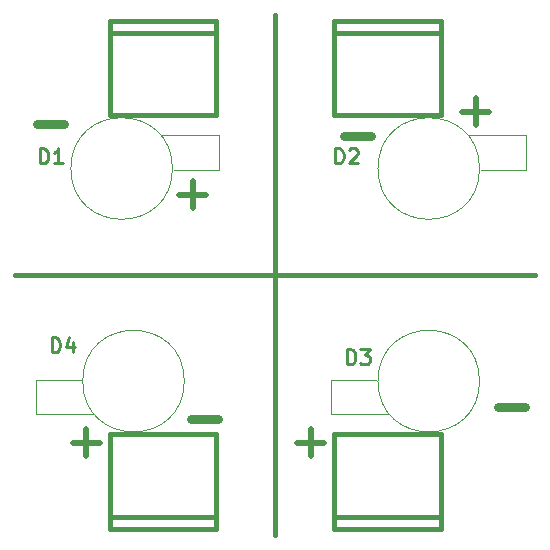
<source format=gbr>
G04 #@! TF.FileFunction,Legend,Top*
%FSLAX46Y46*%
G04 Gerber Fmt 4.6, Leading zero omitted, Abs format (unit mm)*
G04 Created by KiCad (PCBNEW 4.0.5) date 03/12/17 12:42:56*
%MOMM*%
%LPD*%
G01*
G04 APERTURE LIST*
%ADD10C,0.150000*%
%ADD11C,0.500000*%
%ADD12C,0.750000*%
%ADD13C,0.381000*%
%ADD14C,0.120000*%
%ADD15C,0.254000*%
G04 APERTURE END LIST*
D10*
D11*
X178857143Y-116214286D02*
X181142857Y-116214286D01*
X180000000Y-117357143D02*
X180000000Y-115071429D01*
D12*
X195857143Y-113214286D02*
X198142857Y-113214286D01*
D13*
X177000000Y-124000000D02*
X177000000Y-80000000D01*
X155000000Y-102000000D02*
X199000000Y-102000000D01*
D12*
X169857143Y-114214286D02*
X172142857Y-114214286D01*
D11*
X159857143Y-116214286D02*
X162142857Y-116214286D01*
X161000000Y-117357143D02*
X161000000Y-115071429D01*
X192857143Y-88214286D02*
X195142857Y-88214286D01*
X194000000Y-89357143D02*
X194000000Y-87071429D01*
D12*
X182857143Y-90214286D02*
X185142857Y-90214286D01*
D11*
X168857143Y-95214286D02*
X171142857Y-95214286D01*
X170000000Y-96357143D02*
X170000000Y-94071429D01*
D12*
X156857143Y-89214286D02*
X159142857Y-89214286D01*
D14*
X172255000Y-90206000D02*
X167429000Y-90206000D01*
X172255000Y-93127000D02*
X172255000Y-90206000D01*
X168445000Y-93127000D02*
X172255000Y-93127000D01*
X168300000Y-93000000D02*
G75*
G03X168300000Y-93000000I-4300000J0D01*
G01*
X198255000Y-90206000D02*
X193429000Y-90206000D01*
X198255000Y-93127000D02*
X198255000Y-90206000D01*
X194445000Y-93127000D02*
X198255000Y-93127000D01*
X194300000Y-93000000D02*
G75*
G03X194300000Y-93000000I-4300000J0D01*
G01*
X181745000Y-113794000D02*
X186571000Y-113794000D01*
X181745000Y-110873000D02*
X181745000Y-113794000D01*
X185555000Y-110873000D02*
X181745000Y-110873000D01*
X194300000Y-111000000D02*
G75*
G03X194300000Y-111000000I-4300000J0D01*
G01*
X156745000Y-113794000D02*
X161571000Y-113794000D01*
X156745000Y-110873000D02*
X156745000Y-113794000D01*
X160555000Y-110873000D02*
X156745000Y-110873000D01*
X169300000Y-111000000D02*
G75*
G03X169300000Y-111000000I-4300000J0D01*
G01*
D13*
X182000000Y-80500000D02*
X182000000Y-88500000D01*
X191000000Y-80500000D02*
X191000000Y-88500000D01*
X182000000Y-88500000D02*
X191000000Y-88500000D01*
X182000000Y-81500000D02*
X191000000Y-81500000D01*
X182000000Y-80500000D02*
X191000000Y-80500000D01*
X191000000Y-123500000D02*
X191000000Y-115500000D01*
X182000000Y-123500000D02*
X182000000Y-115500000D01*
X191000000Y-115500000D02*
X182000000Y-115500000D01*
X191000000Y-122500000D02*
X182000000Y-122500000D01*
X191000000Y-123500000D02*
X182000000Y-123500000D01*
X172000000Y-123500000D02*
X172000000Y-115500000D01*
X163000000Y-123500000D02*
X163000000Y-115500000D01*
X172000000Y-115500000D02*
X163000000Y-115500000D01*
X172000000Y-122500000D02*
X163000000Y-122500000D01*
X172000000Y-123500000D02*
X163000000Y-123500000D01*
X163000000Y-80500000D02*
X163000000Y-88500000D01*
X172000000Y-80500000D02*
X172000000Y-88500000D01*
X163000000Y-88500000D02*
X172000000Y-88500000D01*
X163000000Y-81500000D02*
X172000000Y-81500000D01*
X163000000Y-80500000D02*
X172000000Y-80500000D01*
D15*
X157062619Y-92574524D02*
X157062619Y-91304524D01*
X157365000Y-91304524D01*
X157546428Y-91365000D01*
X157667381Y-91485952D01*
X157727857Y-91606905D01*
X157788333Y-91848810D01*
X157788333Y-92030238D01*
X157727857Y-92272143D01*
X157667381Y-92393095D01*
X157546428Y-92514048D01*
X157365000Y-92574524D01*
X157062619Y-92574524D01*
X158997857Y-92574524D02*
X158272143Y-92574524D01*
X158635000Y-92574524D02*
X158635000Y-91304524D01*
X158514048Y-91485952D01*
X158393095Y-91606905D01*
X158272143Y-91667381D01*
X182062619Y-92574524D02*
X182062619Y-91304524D01*
X182365000Y-91304524D01*
X182546428Y-91365000D01*
X182667381Y-91485952D01*
X182727857Y-91606905D01*
X182788333Y-91848810D01*
X182788333Y-92030238D01*
X182727857Y-92272143D01*
X182667381Y-92393095D01*
X182546428Y-92514048D01*
X182365000Y-92574524D01*
X182062619Y-92574524D01*
X183272143Y-91425476D02*
X183332619Y-91365000D01*
X183453571Y-91304524D01*
X183755952Y-91304524D01*
X183876905Y-91365000D01*
X183937381Y-91425476D01*
X183997857Y-91546429D01*
X183997857Y-91667381D01*
X183937381Y-91848810D01*
X183211667Y-92574524D01*
X183997857Y-92574524D01*
X183062619Y-109574524D02*
X183062619Y-108304524D01*
X183365000Y-108304524D01*
X183546428Y-108365000D01*
X183667381Y-108485952D01*
X183727857Y-108606905D01*
X183788333Y-108848810D01*
X183788333Y-109030238D01*
X183727857Y-109272143D01*
X183667381Y-109393095D01*
X183546428Y-109514048D01*
X183365000Y-109574524D01*
X183062619Y-109574524D01*
X184211667Y-108304524D02*
X184997857Y-108304524D01*
X184574524Y-108788333D01*
X184755952Y-108788333D01*
X184876905Y-108848810D01*
X184937381Y-108909286D01*
X184997857Y-109030238D01*
X184997857Y-109332619D01*
X184937381Y-109453571D01*
X184876905Y-109514048D01*
X184755952Y-109574524D01*
X184393095Y-109574524D01*
X184272143Y-109514048D01*
X184211667Y-109453571D01*
X158062619Y-108574524D02*
X158062619Y-107304524D01*
X158365000Y-107304524D01*
X158546428Y-107365000D01*
X158667381Y-107485952D01*
X158727857Y-107606905D01*
X158788333Y-107848810D01*
X158788333Y-108030238D01*
X158727857Y-108272143D01*
X158667381Y-108393095D01*
X158546428Y-108514048D01*
X158365000Y-108574524D01*
X158062619Y-108574524D01*
X159876905Y-107727857D02*
X159876905Y-108574524D01*
X159574524Y-107244048D02*
X159272143Y-108151190D01*
X160058333Y-108151190D01*
M02*

</source>
